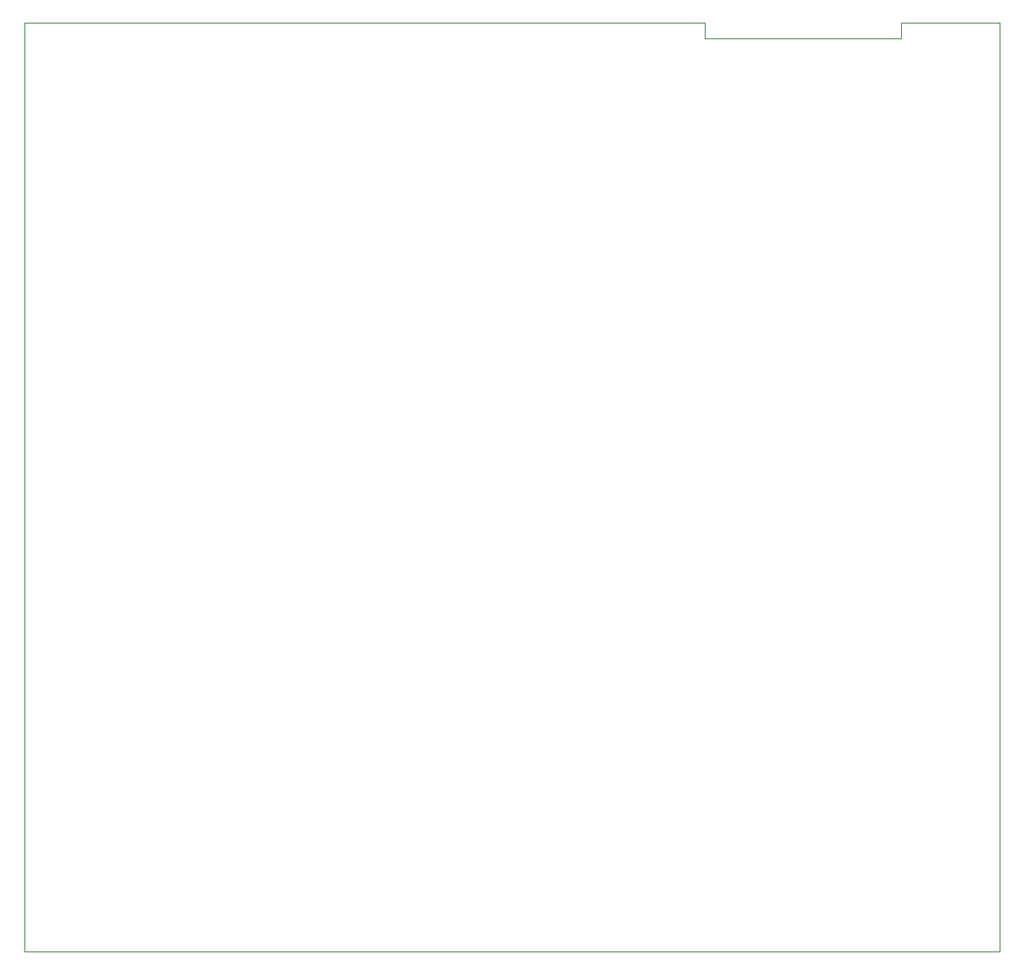
<source format=gko>
G04*
G04 #@! TF.GenerationSoftware,Altium Limited,Altium Designer,21.0.8 (223)*
G04*
G04 Layer_Color=16711935*
%FSLAX24Y24*%
%MOIN*%
G70*
G04*
G04 #@! TF.SameCoordinates,C0C2F11B-7DCF-4775-9714-D77671BE90CB*
G04*
G04*
G04 #@! TF.FilePolarity,Positive*
G04*
G01*
G75*
%ADD112C,0.0010*%
%ADD113C,0.0001*%
D112*
X26000Y34900D02*
Y35500D01*
Y34900D02*
X33500Y34900D01*
Y35500D01*
X37250D01*
Y0D02*
Y35500D01*
X0Y0D02*
Y35500D01*
Y0D02*
X37250D01*
X0Y35500D02*
X26000D01*
D113*
X0Y0D02*
Y50D01*
M02*

</source>
